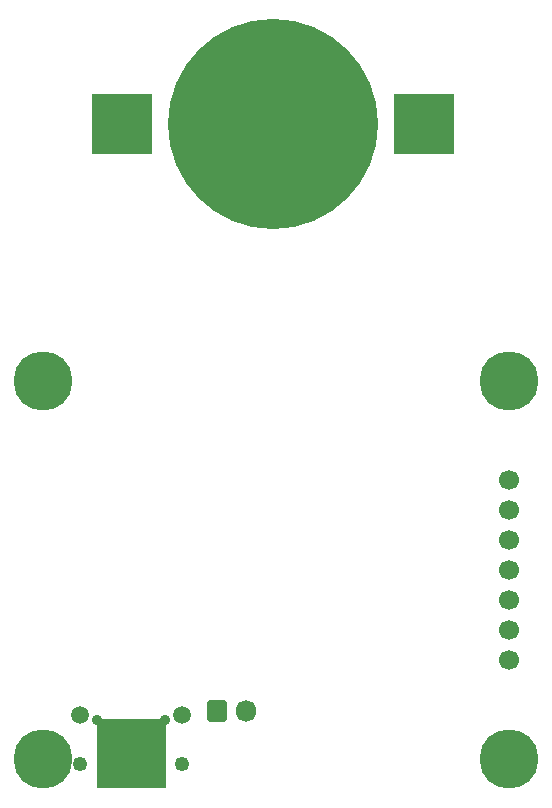
<source format=gbr>
%TF.GenerationSoftware,KiCad,Pcbnew,(6.0.2-0)*%
%TF.CreationDate,2022-03-06T18:18:51+00:00*%
%TF.ProjectId,Display,44697370-6c61-4792-9e6b-696361645f70,5*%
%TF.SameCoordinates,Original*%
%TF.FileFunction,Soldermask,Bot*%
%TF.FilePolarity,Negative*%
%FSLAX46Y46*%
G04 Gerber Fmt 4.6, Leading zero omitted, Abs format (unit mm)*
G04 Created by KiCad (PCBNEW (6.0.2-0)) date 2022-03-06 18:18:51*
%MOMM*%
%LPD*%
G01*
G04 APERTURE LIST*
G04 Aperture macros list*
%AMRoundRect*
0 Rectangle with rounded corners*
0 $1 Rounding radius*
0 $2 $3 $4 $5 $6 $7 $8 $9 X,Y pos of 4 corners*
0 Add a 4 corners polygon primitive as box body*
4,1,4,$2,$3,$4,$5,$6,$7,$8,$9,$2,$3,0*
0 Add four circle primitives for the rounded corners*
1,1,$1+$1,$2,$3*
1,1,$1+$1,$4,$5*
1,1,$1+$1,$6,$7*
1,1,$1+$1,$8,$9*
0 Add four rect primitives between the rounded corners*
20,1,$1+$1,$2,$3,$4,$5,0*
20,1,$1+$1,$4,$5,$6,$7,0*
20,1,$1+$1,$6,$7,$8,$9,0*
20,1,$1+$1,$8,$9,$2,$3,0*%
G04 Aperture macros list end*
%ADD10C,0.870000*%
%ADD11C,1.250000*%
%ADD12C,1.500000*%
%ADD13C,1.700000*%
%ADD14C,5.000000*%
%ADD15RoundRect,0.250000X-0.600000X-0.675000X0.600000X-0.675000X0.600000X0.675000X-0.600000X0.675000X0*%
%ADD16O,1.700000X1.850000*%
%ADD17R,5.100000X5.100000*%
%ADD18C,17.800000*%
G04 APERTURE END LIST*
%TO.C,U5*%
G36*
X90900000Y-151900000D02*
G01*
X85100000Y-151900000D01*
X85100000Y-146100000D01*
X90900000Y-146100000D01*
X90900000Y-151900000D01*
G37*
%TD*%
D10*
%TO.C,J2*%
X90890000Y-146210000D03*
D11*
X92320000Y-149890000D03*
D12*
X83680000Y-145720000D03*
X92320000Y-145720000D03*
D10*
X85110000Y-146210000D03*
D11*
X83680000Y-149890000D03*
%TD*%
D13*
%TO.C,M1*%
X120000000Y-141120000D03*
X120000000Y-138580000D03*
X120000000Y-136040000D03*
X120000000Y-133500000D03*
X120000000Y-130960000D03*
X120000000Y-128420000D03*
X120000000Y-125880000D03*
D14*
X80500000Y-149500000D03*
X120000000Y-149500000D03*
X80500000Y-117500000D03*
X120000000Y-117500000D03*
%TD*%
D15*
%TO.C,J1*%
X95250000Y-145400000D03*
D16*
X97750000Y-145400000D03*
%TD*%
D17*
%TO.C,BT1*%
X112800000Y-95750000D03*
X87200000Y-95750000D03*
D18*
X100000000Y-95750000D03*
%TD*%
M02*

</source>
